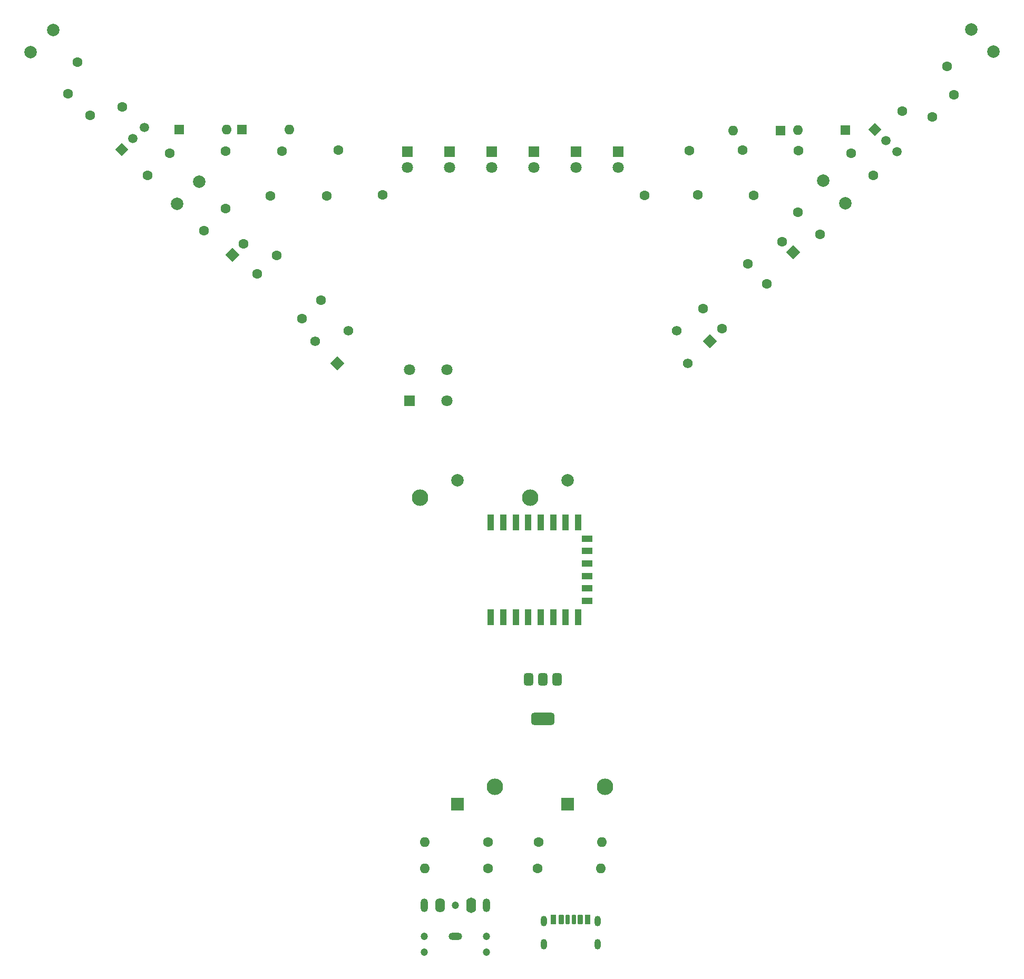
<source format=gbr>
%TF.GenerationSoftware,KiCad,Pcbnew,8.0.5*%
%TF.CreationDate,2025-02-05T23:58:56+08:00*%
%TF.ProjectId,bb,62622e6b-6963-4616-945f-706362585858,rev?*%
%TF.SameCoordinates,Original*%
%TF.FileFunction,Soldermask,Top*%
%TF.FilePolarity,Negative*%
%FSLAX46Y46*%
G04 Gerber Fmt 4.6, Leading zero omitted, Abs format (unit mm)*
G04 Created by KiCad (PCBNEW 8.0.5) date 2025-02-05 23:58:56*
%MOMM*%
%LPD*%
G01*
G04 APERTURE LIST*
G04 Aperture macros list*
%AMRoundRect*
0 Rectangle with rounded corners*
0 $1 Rounding radius*
0 $2 $3 $4 $5 $6 $7 $8 $9 X,Y pos of 4 corners*
0 Add a 4 corners polygon primitive as box body*
4,1,4,$2,$3,$4,$5,$6,$7,$8,$9,$2,$3,0*
0 Add four circle primitives for the rounded corners*
1,1,$1+$1,$2,$3*
1,1,$1+$1,$4,$5*
1,1,$1+$1,$6,$7*
1,1,$1+$1,$8,$9*
0 Add four rect primitives between the rounded corners*
20,1,$1+$1,$2,$3,$4,$5,0*
20,1,$1+$1,$4,$5,$6,$7,0*
20,1,$1+$1,$6,$7,$8,$9,0*
20,1,$1+$1,$8,$9,$2,$3,0*%
%AMHorizOval*
0 Thick line with rounded ends*
0 $1 width*
0 $2 $3 position (X,Y) of the first rounded end (center of the circle)*
0 $4 $5 position (X,Y) of the second rounded end (center of the circle)*
0 Add line between two ends*
20,1,$1,$2,$3,$4,$5,0*
0 Add two circle primitives to create the rounded ends*
1,1,$1,$2,$3*
1,1,$1,$4,$5*%
%AMRotRect*
0 Rectangle, with rotation*
0 The origin of the aperture is its center*
0 $1 length*
0 $2 width*
0 $3 Rotation angle, in degrees counterclockwise*
0 Add horizontal line*
21,1,$1,$2,0,0,$3*%
G04 Aperture macros list end*
%ADD10RoundRect,0.175000X-0.175000X-0.625000X0.175000X-0.625000X0.175000X0.625000X-0.175000X0.625000X0*%
%ADD11RoundRect,0.200000X-0.200000X-0.600000X0.200000X-0.600000X0.200000X0.600000X-0.200000X0.600000X0*%
%ADD12RoundRect,0.225000X-0.225000X-0.575000X0.225000X-0.575000X0.225000X0.575000X-0.225000X0.575000X0*%
%ADD13O,1.000000X1.700000*%
%ADD14C,1.600000*%
%ADD15R,1.600000X1.600000*%
%ADD16O,1.600000X1.600000*%
%ADD17HorizOval,1.600000X0.000000X0.000000X0.000000X0.000000X0*%
%ADD18HorizOval,1.600000X0.000000X0.000000X0.000000X0.000000X0*%
%ADD19C,1.800000*%
%ADD20R,1.800000X1.800000*%
%ADD21HorizOval,1.600000X0.000000X0.000000X0.000000X0.000000X0*%
%ADD22RotRect,1.600000X1.600000X135.000000*%
%ADD23RotRect,1.560000X1.560000X135.000000*%
%ADD24C,1.560000*%
%ADD25RotRect,1.500000X1.500000X45.000000*%
%ADD26C,1.500000*%
%ADD27C,2.000000*%
%ADD28R,2.000000X2.000000*%
%ADD29C,2.640000*%
%ADD30HorizOval,1.600000X0.000000X0.000000X0.000000X0.000000X0*%
%ADD31RotRect,1.560000X1.560000X225.000000*%
%ADD32RotRect,1.600000X1.600000X45.000000*%
%ADD33O,1.600000X2.500000*%
%ADD34O,1.200000X2.200000*%
%ADD35O,2.200000X1.200000*%
%ADD36O,1.600000X2.300000*%
%ADD37C,1.200000*%
%ADD38RotRect,1.500000X1.500000X315.000000*%
%ADD39RoundRect,0.375000X-0.375000X0.625000X-0.375000X-0.625000X0.375000X-0.625000X0.375000X0.625000X0*%
%ADD40RoundRect,0.500000X-1.400000X0.500000X-1.400000X-0.500000X1.400000X-0.500000X1.400000X0.500000X0*%
%ADD41R,1.000000X2.500000*%
%ADD42R,1.800000X1.000000*%
G04 APERTURE END LIST*
D10*
%TO.C,J4*%
X116270225Y-177270000D03*
D11*
X118290225Y-177270000D03*
D12*
X119520225Y-177270000D03*
D10*
X117270225Y-177270000D03*
D11*
X115250225Y-177270000D03*
D12*
X114020225Y-177270000D03*
D13*
X112450225Y-177450000D03*
X112450225Y-181250000D03*
X121090225Y-177450000D03*
X121090225Y-181250000D03*
%TD*%
D14*
%TO.C,C4*%
X57832233Y-66467767D03*
X61367767Y-62932233D03*
%TD*%
D15*
%TO.C,D3*%
X160900000Y-50300000D03*
D16*
X153280000Y-50300000D03*
%TD*%
D14*
%TO.C,R15*%
X144392103Y-53557898D03*
D17*
X137207898Y-60742103D03*
%TD*%
D14*
%TO.C,R16*%
X153342103Y-53600000D03*
D17*
X146157898Y-60784205D03*
%TD*%
D14*
%TO.C,R12*%
X70361846Y-53715795D03*
D18*
X77546051Y-60900000D03*
%TD*%
D19*
%TO.C,D6*%
X97303673Y-56300000D03*
D20*
X97303673Y-53760000D03*
%TD*%
D15*
%TO.C,D2*%
X63990001Y-50200000D03*
D16*
X71610001Y-50200000D03*
%TD*%
D14*
%TO.C,R10*%
X111610225Y-164750000D03*
D16*
X121770225Y-164750000D03*
%TD*%
D14*
%TO.C,R13*%
X79415794Y-53515795D03*
D18*
X86599999Y-60700000D03*
%TD*%
D14*
%TO.C,R1*%
X73600000Y-80600000D03*
D21*
X66415795Y-73415795D03*
%TD*%
D14*
%TO.C,R14*%
X135792103Y-53607898D03*
D17*
X128607898Y-60792103D03*
%TD*%
D14*
%TO.C,R4*%
X148250000Y-75050000D03*
D17*
X141065795Y-82234205D03*
%TD*%
D14*
%TO.C,C12*%
X153314466Y-63514466D03*
X156850000Y-67050000D03*
%TD*%
%TO.C,R7*%
X103450225Y-169050000D03*
D16*
X93290225Y-169050000D03*
%TD*%
D22*
%TO.C,C10*%
X152500000Y-70000000D03*
D14*
X150732233Y-68232233D03*
%TD*%
%TO.C,C11*%
X161832233Y-54032233D03*
X165367767Y-57567767D03*
%TD*%
D23*
%TO.C,RV1*%
X79291745Y-87835534D03*
D24*
X81059512Y-82532233D03*
X75756211Y-84300000D03*
%TD*%
D19*
%TO.C,D5*%
X90550000Y-56300000D03*
D20*
X90550000Y-53760000D03*
%TD*%
D25*
%TO.C,Q1*%
X44658507Y-53450610D03*
D26*
X46454558Y-51654559D03*
X48250609Y-49858508D03*
%TD*%
D15*
%TO.C,D4*%
X150500000Y-50400000D03*
D16*
X142880000Y-50400000D03*
%TD*%
D27*
%TO.C,Battery1*%
X98570225Y-106660000D03*
D28*
X98570225Y-158650000D03*
D29*
X92575225Y-109420000D03*
X104565225Y-155900000D03*
%TD*%
D19*
%TO.C,D10*%
X124439775Y-56300000D03*
D20*
X124439775Y-53760000D03*
%TD*%
D14*
%TO.C,R11*%
X61307898Y-53707898D03*
D18*
X68492103Y-60892103D03*
%TD*%
D27*
%TO.C,L4*%
X157303949Y-58453949D03*
X160896051Y-62046051D03*
%TD*%
D14*
%TO.C,R3*%
X138057898Y-78992103D03*
D30*
X145242103Y-71807898D03*
%TD*%
D15*
%TO.C,D1*%
X53890000Y-50200000D03*
D16*
X61510000Y-50200000D03*
%TD*%
D14*
%TO.C,R5*%
X37507898Y-39407898D03*
D18*
X44692103Y-46592103D03*
%TD*%
D14*
%TO.C,C3*%
X52335534Y-54064466D03*
X48800000Y-57600000D03*
%TD*%
D27*
%TO.C,L1*%
X30007898Y-37792102D03*
X33600000Y-34200000D03*
%TD*%
D20*
%TO.C,SW1*%
X90900000Y-93800000D03*
D19*
X90900000Y-88800000D03*
X96900000Y-93800000D03*
X96900000Y-88800000D03*
%TD*%
D27*
%TO.C,L5*%
X184700000Y-37700000D03*
X181107898Y-34107898D03*
%TD*%
D14*
%TO.C,R9*%
X111490225Y-169050000D03*
D16*
X121650225Y-169050000D03*
%TD*%
D14*
%TO.C,R6*%
X177200000Y-40100000D03*
D17*
X170015795Y-47284205D03*
%TD*%
D31*
%TO.C,RV2*%
X139100000Y-84300000D03*
D24*
X133796699Y-82532233D03*
X135564466Y-87835534D03*
%TD*%
D32*
%TO.C,C2*%
X62447856Y-70352144D03*
D14*
X64215623Y-68584377D03*
%TD*%
%TO.C,C1*%
X39567767Y-47967767D03*
X36032233Y-44432233D03*
%TD*%
%TO.C,R8*%
X103450225Y-164750000D03*
D16*
X93290225Y-164750000D03*
%TD*%
D19*
%TO.C,D8*%
X110839775Y-56300000D03*
D20*
X110839775Y-53760000D03*
%TD*%
D33*
%TO.C,J2*%
X100770225Y-174950000D03*
D34*
X103270225Y-174950000D03*
D35*
X98270225Y-179950000D03*
D36*
X95770225Y-174950000D03*
D34*
X93270225Y-174950000D03*
D37*
X103270225Y-182450000D03*
X103270225Y-179950000D03*
X98270225Y-174950000D03*
X93270225Y-182450000D03*
X93270225Y-179950000D03*
%TD*%
D19*
%TO.C,D9*%
X117639775Y-56300000D03*
D20*
X117639775Y-53760000D03*
%TD*%
D19*
%TO.C,D7*%
X104057346Y-56300000D03*
D20*
X104057346Y-53760000D03*
%TD*%
D38*
%TO.C,Q2*%
X165607898Y-50207898D03*
D26*
X167403949Y-52003949D03*
X169200000Y-53800000D03*
%TD*%
D14*
%TO.C,R2*%
X69507898Y-70507898D03*
D18*
X76692103Y-77692103D03*
%TD*%
D14*
%TO.C,C8*%
X174832233Y-48167767D03*
X178367767Y-44632233D03*
%TD*%
D27*
%TO.C,L2*%
X53503949Y-62196051D03*
X57096051Y-58603949D03*
%TD*%
D39*
%TO.C,U2*%
X114600000Y-138650000D03*
X112300000Y-138650001D03*
D40*
X112300000Y-144949999D03*
D39*
X110000000Y-138650000D03*
%TD*%
D41*
%TO.C,U1*%
X103950000Y-113400000D03*
X105950000Y-113400000D03*
X107950000Y-113400000D03*
X109949999Y-113400000D03*
X111950000Y-113400000D03*
X113950001Y-113400000D03*
X115950000Y-113400000D03*
X117950000Y-113400000D03*
D42*
X119449999Y-116000000D03*
X119450000Y-118000000D03*
X119450000Y-120000000D03*
X119450000Y-122000000D03*
X119450000Y-124000000D03*
X119449999Y-126000000D03*
D41*
X117950000Y-128600000D03*
X115950000Y-128600000D03*
X113950001Y-128600000D03*
X111950000Y-128600000D03*
X109949999Y-128600000D03*
X107950000Y-128600000D03*
X105950000Y-128600000D03*
X103950000Y-128600000D03*
%TD*%
D29*
%TO.C,Battery2*%
X122260225Y-155900000D03*
X110270225Y-109420000D03*
D28*
X116265225Y-158650000D03*
D27*
X116265225Y-106660000D03*
%TD*%
M02*

</source>
